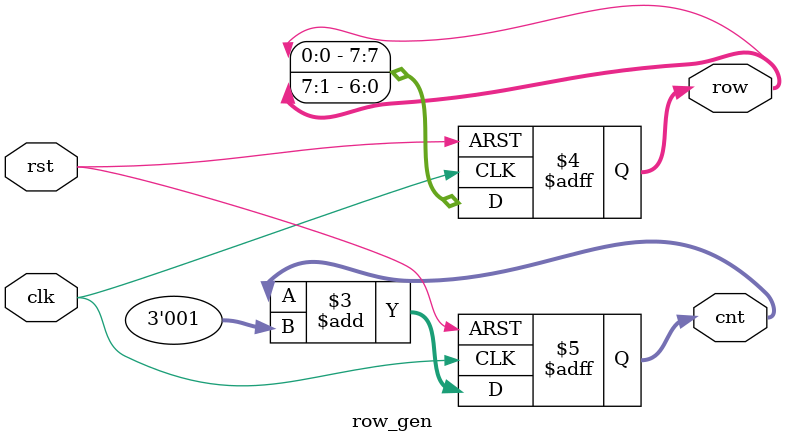
<source format=v>
module test02_c(clk, reset,enable, row, sel, column_green, column_red,selrl);
input clk, reset,enable,selrl;//pin W16,C16,AA15,AA14
input[1:0] sel; //選擇LDE亮紅燈OR綠燈
//pin AB20,AA20
output[7:0] row, column_green, column_red;
//row:pin T22 ,R21 ,C6 ,B6 ,B5 ,A5 ,B7 ,A7
//row Pin T22,R21,C6,B6,B5,A5,B7,A7;
//green Pin A10 ,B10 ,A13 ,A12 ,B12 ,D12 ,A15 ,A14;
wire clk_shift, clk_scan;
wire[2:0] cnt;
wire[7:0] column_out;
assign column_green= (sel== 2'b01 || sel== 2'b11)? column_out: 8'b0;
assign column_red= (sel== 2'b10 || sel== 2'b11)? column_out: 8'b0;
freq_div#(20) M1 (clk, reset, clk_shift);
freq_div#(12) M2 (clk, reset, clk_scan);
idx_gen M3 ( clk_shift, reset,enable,cnt, column_out,selrl); 
row_gen M4 (clk_scan, reset,  row, cnt);
endmodule

module freq_div(clk_in, reset, clk_out);
parameter exp = 20;   
input clk_in, reset;
output clk_out;
reg[exp-1:0] divider;
integer i;
assign clk_out= divider[exp-1];
always@ (posedge clk_in or posedge reset) //正緣觸發
begin
if(reset)
for(i=0; i < exp; i=i+1)
divider[i] = 1'b0;
else
divider = divider+ 1'b1;
end
endmodule

module idx_gen(clk, rst,enable,cnt, column_out,selrl);
input clk, rst,enable,selrl;
input [2:0] cnt;
output[7:0] column_out;
reg[71:0]idx0;
reg[71:0]idx1;
reg[71:0]idx2;
reg[71:0]idx3;
reg[71:0]idx4;
reg[71:0]idx5;
reg[71:0]idx6;
reg[71:0]idx7;
assign column_out=(cnt==3'd0)?idx7[71:64]:(cnt==3'd1)?idx0[71:64]:
(cnt==3'd2)?idx1[71:64]:(cnt==3'd3)?idx2[71:64]:
(cnt==3'd4)?idx3[71:64]:(cnt==3'd5)?idx4[71:64]:
(cnt==3'd6)?idx5[71:64]:(cnt==3'd7)?idx6[71:64]:idx7[71:64];
always@(posedge clk or posedge rst) begin
if(rst)begin
idx0<=72'b00000000_00000000_00000000_00000000_00000000_00000000_00000000_00000000_00000000 ; 
idx1<=72'b11111000_00011000_01111110_01111110_00011000_00011000_01111110_01111110_00000000 ; 
idx2<=72'b10000100_00101000_01000010_00000010_00101000_00101000_01000000_01000000_00000000 ;
idx3<=72'b10000100_00001000_01000010_00000010_00001000_00001000_01000000_01000000_00000000 ;
idx4<=72'b11111000_00001000_01000010_01111110_00001000_00001000_01111110_01111110_00000000 ;
idx5<=72'b10000100_00001000_01000010_01000000_00001000_00001000_01000000_01000010_00000000 ;
idx6<=72'b10000100_00001000_01000010_01000000_00001000_00001000_01000000_01000010_00000000 ;
idx7<=72'b11111000_01111110_01111110_01111110_01111110_01111110_01111110_00111100_00000000 ;
end
else if(enable)begin
idx0<=(selrl==1)?{idx0[70:0], idx0[71]}:{idx0[0],idx0[71:1]};
idx1<=(selrl==1)?{idx1[70:0], idx1[71]}:{idx1[0],idx1[71:1]};
idx2<=(selrl==1)?{idx2[70:0], idx2[71]}:{idx2[0],idx2[71:1]};
idx3<=(selrl==1)?{idx3[70:0], idx3[71]}:{idx3[0],idx3[71:1]};
idx4<=(selrl==1)?{idx4[70:0], idx4[71]}:{idx4[0],idx4[71:1]};
idx5<=(selrl==1)?{idx5[70:0], idx5[71]}:{idx5[0],idx5[71:1]};
idx6<=(selrl==1)?{idx6[70:0], idx6[71]}:{idx6[0],idx6[71:1]};
idx7<=(selrl==1)?{idx7[70:0], idx7[71]}:{idx7[0],idx7[71:1]};
end

else begin
idx0=idx0;
idx1=idx1;
idx2=idx2;
idx3=idx3;
idx4=idx4;
idx5=idx5;
idx6=idx6;
idx7=idx7;
end
end
endmodule

module row_gen(clk, rst,  row, cnt);
input clk, rst;
output[7:0] row;
output[2:0]cnt;
reg[7:0] row;
reg[2:0]cnt;
always@(posedge clk or posedge rst) begin
if(rst) begin
row <= 8'b0000_0001;
cnt <= 3'd0;
end
else begin
row <= {row[0],row[7:1]};//(輪流將每一列LED致能)
cnt <= cnt+3'b1;//(從0數到7) 
end
end
endmodule
</source>
